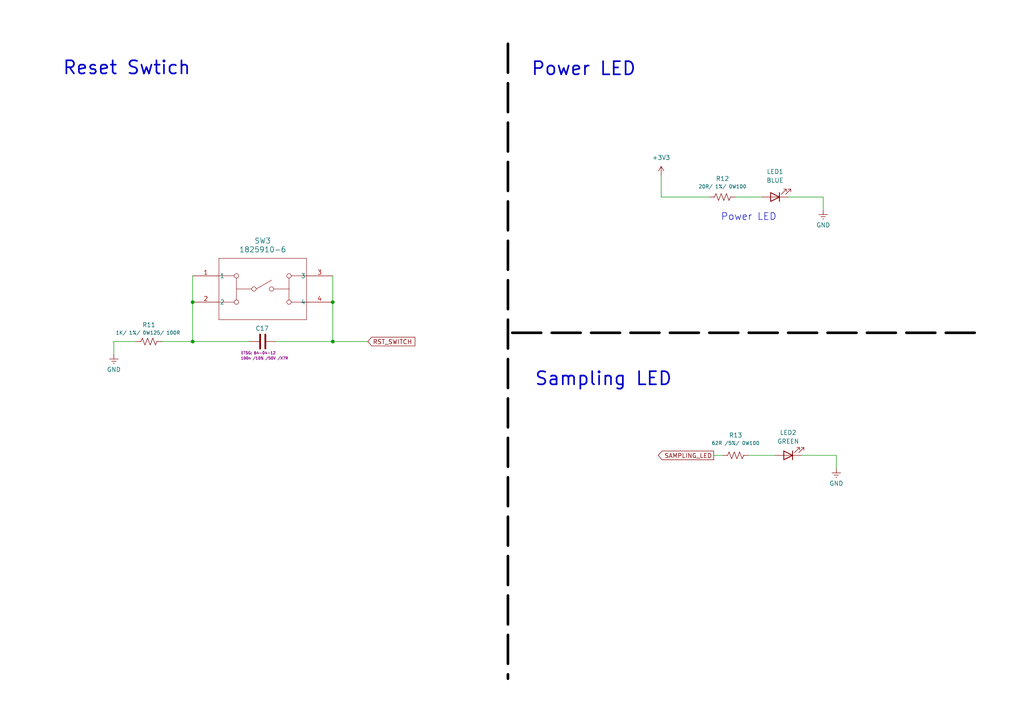
<source format=kicad_sch>
(kicad_sch (version 20250114) (generator "eeschema") (generator_version "9.0")
  (paper "A4")
  (title_block (title "ENGG3800 Team 03: Loggy") (rev "1") (comment 1 "Drawn By: Alvin Owen Antony"))
  (lib_symbols
    (symbol "Device:C" (pin_numbers (hide yes)) (pin_names (offset 0.254))
      (property "Reference" "C" (at 0.635 2.54 0))
      (property "Value" "C" (at 0.635 -2.54 0))
      (symbol "C_0_1"
        (polyline (pts (xy -2.032 0.762) (xy 2.032 0.762)) (stroke (width 0.508)))
        (polyline (pts (xy -2.032 -0.762) (xy 2.032 -0.762)) (stroke (width 0.508)))
      )
      (symbol "C_1_1"
        (pin passive line (at 0 3.81 270) (length 2.794) (name "~") (number "1"))
        (pin passive line (at 0 -3.81 90) (length 2.794) (name "~") (number "2"))
      )
    )
    (symbol "Device:LED" (pin_numbers (hide yes)) (pin_names (offset 1.016) (hide yes))
      (property "Reference" "D" (at 0 2.54 0))
      (property "Value" "LED" (at 0 -2.54 0))
      (symbol "LED_0_1"
        (polyline (pts (xy -3.048 -0.762) (xy -4.572 -2.286) (xy -3.81 -2.286) (xy -4.572 -2.286) (xy -4.572 -1.524)))
        (polyline (pts (xy -1.778 -0.762) (xy -3.302 -2.286) (xy -2.54 -2.286) (xy -3.302 -2.286) (xy -3.302 -1.524)))
        (polyline (pts (xy -1.27 0) (xy 1.27 0)))
        (polyline (pts (xy -1.27 -1.27) (xy -1.27 1.27)) (stroke (width 0.254)))
        (polyline (pts (xy 1.27 -1.27) (xy 1.27 1.27) (xy -1.27 0) (xy 1.27 -1.27)) (stroke (width 0.254)))
      )
      (symbol "LED_1_1"
        (pin passive line (at -3.81 0 0) (length 2.54) (name "K") (number "1"))
        (pin passive line (at 3.81 0 180) (length 2.54) (name "A") (number "2"))
      )
    )
    (symbol "Device:R_US" (pin_numbers (hide yes)) (pin_names (offset 0))
      (property "Reference" "R" (at 2.54 0 90))
      (property "Value" "R_US" (at -2.54 0 90))
      (symbol "R_US_0_1"
        (polyline (pts (xy 0 2.286) (xy 0 2.54)))
        (polyline (pts (xy 0 2.286) (xy 1.016 1.905) (xy 0 1.524) (xy -1.016 1.143) (xy 0 0.762)))
        (polyline (pts (xy 0 0.762) (xy 1.016 0.381) (xy 0 0) (xy -1.016 -0.381) (xy 0 -0.762)))
        (polyline (pts (xy 0 -0.762) (xy 1.016 -1.143) (xy 0 -1.524) (xy -1.016 -1.905) (xy 0 -2.286)))
        (polyline (pts (xy 0 -2.286) (xy 0 -2.54)))
      )
      (symbol "R_US_1_1"
        (pin passive line (at 0 3.81 270) (length 1.27) (name "~") (number "1"))
        (pin passive line (at 0 -3.81 90) (length 1.27) (name "~") (number "2"))
      )
    )
    (symbol "Earr_loggy_sym_lib:1825910-6" (pin_names (offset 0.254))
      (property "Reference" "SW" (at 20.32 10.16 0))
      (property "Value" "1825910-6" (at 20.32 7.62 0))
      (symbol "1825910-6_0_1"
        (polyline (pts (xy 7.62 5.08) (xy 7.62 -12.7)) (stroke (width 0.127)))
        (polyline (pts (xy 7.62 0) (xy 12.065 0)) (stroke (width 0.127)))
        (polyline (pts (xy 7.62 -7.62) (xy 12.065 -7.62)) (stroke (width 0.127)))
        (polyline (pts (xy 7.62 -12.7) (xy 33.02 -12.7)) (stroke (width 0.127)))
        (circle (center 12.7 0) (radius 0.635) (stroke (width 0.127)))
        (polyline (pts (xy 12.7 -0.635) (xy 12.7 -6.985)) (stroke (width 0.127)))
        (polyline (pts (xy 12.7 -3.81) (xy 17.145 -3.81)) (stroke (width 0.127)))
        (circle (center 12.7 -7.62) (radius 0.635) (stroke (width 0.127)))
        (circle (center 17.78 -3.81) (radius 0.635) (stroke (width 0.127)))
        (polyline (pts (xy 18.415 -3.81) (xy 22.86 -1.27)) (stroke (width 0.127)))
        (circle (center 22.86 -3.81) (radius 0.635) (stroke (width 0.127)))
        (circle (center 27.94 0) (radius 0.635) (stroke (width 0.127)))
        (polyline (pts (xy 27.94 -0.635) (xy 27.94 -6.985)) (stroke (width 0.127)))
        (polyline (pts (xy 27.94 -3.81) (xy 23.495 -3.81)) (stroke (width 0.127)))
        (circle (center 27.94 -7.62) (radius 0.635) (stroke (width 0.127)))
        (polyline (pts (xy 33.02 5.08) (xy 7.62 5.08)) (stroke (width 0.127)))
        (polyline (pts (xy 33.02 0) (xy 28.575 0)) (stroke (width 0.127)))
        (polyline (pts (xy 33.02 -7.62) (xy 28.575 -7.62)) (stroke (width 0.127)))
        (polyline (pts (xy 33.02 -12.7) (xy 33.02 5.08)) (stroke (width 0.127)))
        (pin unspecified line (at 0 0 0) (length 7.62) (name "1") (number "1"))
        (pin unspecified line (at 0 -7.62 0) (length 7.62) (name "2") (number "2"))
        (pin unspecified line (at 40.64 0 180) (length 7.62) (name "3") (number "3"))
        (pin unspecified line (at 40.64 -7.62 180) (length 7.62) (name "4") (number "4"))
      )
    )
    (symbol "power:+3V3" (power) (pin_numbers (hide yes)) (pin_names (offset 0) (hide yes))
      (property "Value" "+3V3" (at 0 3.556 0))
      (symbol "+3V3_0_1"
        (polyline (pts (xy -0.762 1.27) (xy 0 2.54)))
        (polyline (pts (xy 0 2.54) (xy 0.762 1.27)))
        (polyline (pts (xy 0 0) (xy 0 2.54)))
      )
      (symbol "+3V3_1_1"
        (pin power_in line (at 0 0 90) (length 0) (name "~") (number "1"))
      )
    )
    (symbol "power:Earth" (power) (pin_numbers (hide yes)) (pin_names (offset 0) (hide yes))
      (property "Value" "Earth" (at 0 -3.81 0))
      (symbol "Earth_0_1"
        (polyline (pts (xy -0.635 -1.905) (xy 0.635 -1.905)))
        (polyline (pts (xy -0.127 -2.54) (xy 0.127 -2.54)))
        (polyline (pts (xy 0 -1.27) (xy 0 0)))
        (polyline (pts (xy 1.27 -1.27) (xy -1.27 -1.27)))
      )
      (symbol "Earth_1_1"
        (pin power_in line (at 0 0 270) (length 0) (name "~") (number "1"))
      )
    )
  )
  (text "Power LED\n" (at 217.17 62.992 0) (effects (font (size 2.032 2.032))))
  (text "Reset Swtich\n" (at 18.034 19.812 0) (effects (font (size 3.81 3.81) (thickness 0.4763)) (justify left)))
  (text "Power LED\n" (at 153.924 20.066 0) (effects (font (size 3.81 3.81) (thickness 0.4763)) (justify left)))
  (text "Sampling LED\n" (at 154.94 109.982 0) (effects (font (size 3.81 3.81) (thickness 0.4763)) (justify left)))
  (junction (at 55.88 87.63))
  (junction (at 96.52 99.06))
  (junction (at 96.52 87.63))
  (junction (at 55.88 99.06))
  (wire (pts (xy 55.88 87.63) (xy 55.88 99.06)))
  (wire (pts (xy 96.52 87.63) (xy 96.52 99.06)))
  (wire (pts (xy 55.88 99.06) (xy 72.39 99.06)))
  (polyline (pts (xy 147.32 12.7) (xy 147.32 196.85)) (stroke (width 0.762) (type dash) (color 0 0 0 1)))
  (wire (pts (xy 106.68 99.06) (xy 96.52 99.06)))
  (wire (pts (xy 207.01 132.08) (xy 209.55 132.08)))
  (wire (pts (xy 191.77 57.15) (xy 205.74 57.15)))
  (wire (pts (xy 232.41 132.08) (xy 242.57 132.08)))
  (wire (pts (xy 96.52 99.06) (xy 80.01 99.06)))
  (polyline (pts (xy 148.59 96.52) (xy 284.48 96.52)) (stroke (width 0.762) (type dash) (color 0 0 0 1)))
  (wire (pts (xy 46.99 99.06) (xy 55.88 99.06)))
  (wire (pts (xy 33.02 102.87) (xy 33.02 99.06)))
  (wire (pts (xy 96.52 80.01) (xy 96.52 87.63)))
  (wire (pts (xy 217.17 132.08) (xy 224.79 132.08)))
  (wire (pts (xy 191.77 57.15) (xy 191.77 50.8)))
  (wire (pts (xy 242.57 132.08) (xy 242.57 135.89)))
  (wire (pts (xy 55.88 80.01) (xy 55.88 87.63)))
  (wire (pts (xy 228.6 57.15) (xy 238.76 57.15)))
  (wire (pts (xy 33.02 99.06) (xy 39.37 99.06)))
  (wire (pts (xy 238.76 57.15) (xy 238.76 60.96)))
  (wire (pts (xy 213.36 57.15) (xy 220.98 57.15)))
  (global_label "RST_SWITCH" (shape input) (at 106.68 99.06 0) (property "Intersheetrefs" "${INTERSHEET_REFS}" (effects (hide yes))))
  (global_label "SAMPLING_LED" (shape output) (at 207.01 132.08 180) (property "Intersheetrefs" "${INTERSHEET_REFS}" (effects (hide yes))))
  (symbol (lib_id "power:Earth") (at 33.02 102.87 0) (unit 1)
    (property "Reference" "#PWR011" (effects (hide yes)))
    (property "Value" "GND" (at 33.02 107.188 0))
    (property "Description" "Power symbol creates a global label with name \"Earth\"" (effects (hide yes)))
  )
  (symbol (lib_id "Device:R_US") (at 209.55 57.15 270) (unit 1)
    (property "Reference" "R12" (at 209.55 51.816 90))
    (property "Value" "20R/ 1%/ 0W100" (at 209.55 54.102 90) (effects (font (size 1.016 1.016))))
    (property "Footprint" "Resistor_THT:R_Axial_DIN0207_L6.3mm_D2.5mm_P10.16mm_Horizontal" (effects (hide yes)))
    (property "Description" "Resistor, US symbol" (effects (hide yes)))
  )
  (symbol (lib_id "power:Earth") (at 238.76 60.96 0) (unit 1)
    (property "Reference" "#PWR028" (effects (hide yes)))
    (property "Value" "GND" (at 238.76 65.278 0))
    (property "Description" "Power symbol creates a global label with name \"Earth\"" (effects (hide yes)))
  )
  (symbol (lib_id "Earr_loggy_sym_lib:1825910-6") (at 55.88 80.01 0) (unit 1)
    (property "Reference" "SW3" (at 76.2 69.85 0) (effects (font (size 1.524 1.524))))
    (property "Value" "1825910-6" (at 76.2 72.39 0) (effects (font (size 1.524 1.524))))
    (property "Footprint" "kicad_footprint-library-engg3800-alvin:SW4_1825910-B_TEC" (effects (hide yes)))
    (property "Datasheet" "1825910-6" (effects (hide yes)))
  )
  (symbol (lib_id "Device:LED") (at 228.6 132.08 180) (unit 1)
    (property "Reference" "LED2" (at 228.6 125.476 0))
    (property "Value" "GREEN" (at 228.6 128.016 0))
    (property "Footprint" "LED_THT:LED_D5.0mm_Clear" (effects (hide yes)))
    (property "Description" "Light emitting diode" (effects (hide yes)))
    (property "Sim.Pins" "1=K 2=A" (effects (hide yes)))
  )
  (symbol (lib_id "Device:C") (at 76.2 99.06 90) (unit 1)
    (property "Reference" "C17" (at 77.978 95.25 90) (effects (justify left)))
    (property "Value" "100n" (effects (hide yes)))
    (property "Footprint" "Capacitor_SMD:C_0805_2012Metric_Pad1.18x1.45mm_HandSolder" (effects (hide yes)))
    (property "Description" "ETSG: 64-04-12" (at 74.93 102.362 90) (effects (font (size 0.762 0.762))))
    (property "Field5" "100n /10% /50V /X7R" (at 76.708 103.886 90) (effects (font (size 0.762 0.762))))
  )
  (symbol (lib_id "power:+3V3") (at 191.77 50.8 0) (unit 1)
    (property "Reference" "#PWR027" (effects (hide yes)))
    (property "Value" "+3V3" (at 191.77 45.72 0))
    (property "Description" "Power symbol creates a global label with name \"+3V3\"" (effects (hide yes)))
  )
  (symbol (lib_id "Device:R_US") (at 43.18 99.06 270) (unit 1)
    (property "Reference" "R11" (at 43.18 94.234 90))
    (property "Value" "1K/ 1%/ 0W125/ 100R" (at 42.926 96.52 90) (effects (font (size 1.016 1.016))))
    (property "Footprint" "Resistor_THT:R_Axial_DIN0207_L6.3mm_D2.5mm_P10.16mm_Horizontal" (effects (hide yes)))
    (property "Description" "Resistor, US symbol" (effects (hide yes)))
  )
  (symbol (lib_id "Device:R_US") (at 213.36 132.08 270) (unit 1)
    (property "Reference" "R13" (at 213.36 126.238 90))
    (property "Value" "62R /5%/ 0W100" (at 213.36 128.524 90) (effects (font (size 1.016 1.016))))
    (property "Footprint" "Resistor_THT:R_Axial_DIN0207_L6.3mm_D2.5mm_P10.16mm_Horizontal" (effects (hide yes)))
    (property "Description" "Resistor, US symbol" (effects (hide yes)))
  )
  (symbol (lib_id "power:Earth") (at 242.57 135.89 0) (unit 1)
    (property "Reference" "#PWR024" (effects (hide yes)))
    (property "Value" "GND" (at 242.57 140.208 0))
    (property "Description" "Power symbol creates a global label with name \"Earth\"" (effects (hide yes)))
  )
  (symbol (lib_id "Device:LED") (at 224.79 57.15 180) (unit 1)
    (property "Reference" "LED1" (at 224.79 49.784 0))
    (property "Value" "BLUE" (at 224.79 52.324 0))
    (property "Footprint" "LED_THT:LED_D5.0mm_Clear" (effects (hide yes)))
    (property "Description" "Light emitting diode" (effects (hide yes)))
    (property "Sim.Pins" "1=K 2=A" (effects (hide yes)))
  )
)
</source>
